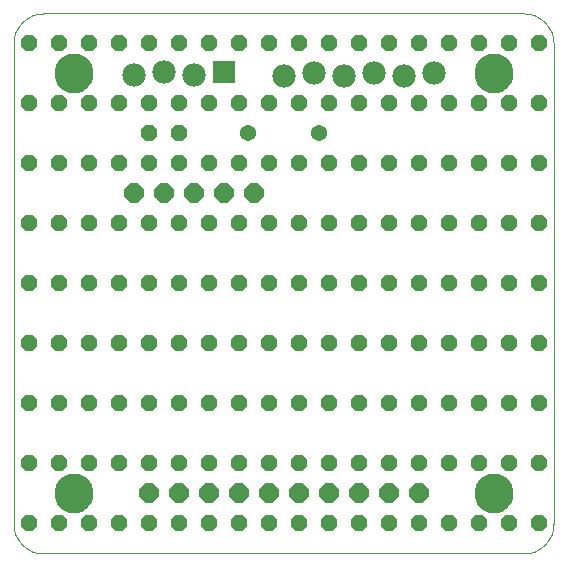
<source format=gts>
G75*
G70*
%OFA0B0*%
%FSLAX24Y24*%
%IPPOS*%
%LPD*%
%AMOC8*
5,1,8,0,0,1.08239X$1,22.5*
%
%ADD10C,0.0000*%
%ADD11C,0.1300*%
%ADD12OC8,0.0560*%
%ADD13OC8,0.0640*%
%ADD14R,0.0780X0.0780*%
%ADD15C,0.0780*%
%ADD16C,0.0540*%
D10*
X001100Y000100D02*
X017100Y000100D01*
X017160Y000102D01*
X017221Y000107D01*
X017280Y000116D01*
X017339Y000129D01*
X017398Y000145D01*
X017455Y000165D01*
X017510Y000188D01*
X017565Y000215D01*
X017617Y000244D01*
X017668Y000277D01*
X017717Y000313D01*
X017763Y000351D01*
X017807Y000393D01*
X017849Y000437D01*
X017887Y000483D01*
X017923Y000532D01*
X017956Y000583D01*
X017985Y000635D01*
X018012Y000690D01*
X018035Y000745D01*
X018055Y000802D01*
X018071Y000861D01*
X018084Y000920D01*
X018093Y000979D01*
X018098Y001040D01*
X018100Y001100D01*
X018100Y017100D01*
X018098Y017160D01*
X018093Y017221D01*
X018084Y017280D01*
X018071Y017339D01*
X018055Y017398D01*
X018035Y017455D01*
X018012Y017510D01*
X017985Y017565D01*
X017956Y017617D01*
X017923Y017668D01*
X017887Y017717D01*
X017849Y017763D01*
X017807Y017807D01*
X017763Y017849D01*
X017717Y017887D01*
X017668Y017923D01*
X017617Y017956D01*
X017565Y017985D01*
X017510Y018012D01*
X017455Y018035D01*
X017398Y018055D01*
X017339Y018071D01*
X017280Y018084D01*
X017221Y018093D01*
X017160Y018098D01*
X017100Y018100D01*
X001100Y018100D01*
X001040Y018098D01*
X000979Y018093D01*
X000920Y018084D01*
X000861Y018071D01*
X000802Y018055D01*
X000745Y018035D01*
X000690Y018012D01*
X000635Y017985D01*
X000583Y017956D01*
X000532Y017923D01*
X000483Y017887D01*
X000437Y017849D01*
X000393Y017807D01*
X000351Y017763D01*
X000313Y017717D01*
X000277Y017668D01*
X000244Y017617D01*
X000215Y017565D01*
X000188Y017510D01*
X000165Y017455D01*
X000145Y017398D01*
X000129Y017339D01*
X000116Y017280D01*
X000107Y017221D01*
X000102Y017160D01*
X000100Y017100D01*
X000100Y001100D01*
X000102Y001040D01*
X000107Y000979D01*
X000116Y000920D01*
X000129Y000861D01*
X000145Y000802D01*
X000165Y000745D01*
X000188Y000690D01*
X000215Y000635D01*
X000244Y000583D01*
X000277Y000532D01*
X000313Y000483D01*
X000351Y000437D01*
X000393Y000393D01*
X000437Y000351D01*
X000483Y000313D01*
X000532Y000277D01*
X000583Y000244D01*
X000635Y000215D01*
X000690Y000188D01*
X000745Y000165D01*
X000802Y000145D01*
X000861Y000129D01*
X000920Y000116D01*
X000979Y000107D01*
X001040Y000102D01*
X001100Y000100D01*
X001470Y002100D02*
X001472Y002150D01*
X001478Y002200D01*
X001488Y002249D01*
X001502Y002297D01*
X001519Y002344D01*
X001540Y002389D01*
X001565Y002433D01*
X001593Y002474D01*
X001625Y002513D01*
X001659Y002550D01*
X001696Y002584D01*
X001736Y002614D01*
X001778Y002641D01*
X001822Y002665D01*
X001868Y002686D01*
X001915Y002702D01*
X001963Y002715D01*
X002013Y002724D01*
X002062Y002729D01*
X002113Y002730D01*
X002163Y002727D01*
X002212Y002720D01*
X002261Y002709D01*
X002309Y002694D01*
X002355Y002676D01*
X002400Y002654D01*
X002443Y002628D01*
X002484Y002599D01*
X002523Y002567D01*
X002559Y002532D01*
X002591Y002494D01*
X002621Y002454D01*
X002648Y002411D01*
X002671Y002367D01*
X002690Y002321D01*
X002706Y002273D01*
X002718Y002224D01*
X002726Y002175D01*
X002730Y002125D01*
X002730Y002075D01*
X002726Y002025D01*
X002718Y001976D01*
X002706Y001927D01*
X002690Y001879D01*
X002671Y001833D01*
X002648Y001789D01*
X002621Y001746D01*
X002591Y001706D01*
X002559Y001668D01*
X002523Y001633D01*
X002484Y001601D01*
X002443Y001572D01*
X002400Y001546D01*
X002355Y001524D01*
X002309Y001506D01*
X002261Y001491D01*
X002212Y001480D01*
X002163Y001473D01*
X002113Y001470D01*
X002062Y001471D01*
X002013Y001476D01*
X001963Y001485D01*
X001915Y001498D01*
X001868Y001514D01*
X001822Y001535D01*
X001778Y001559D01*
X001736Y001586D01*
X001696Y001616D01*
X001659Y001650D01*
X001625Y001687D01*
X001593Y001726D01*
X001565Y001767D01*
X001540Y001811D01*
X001519Y001856D01*
X001502Y001903D01*
X001488Y001951D01*
X001478Y002000D01*
X001472Y002050D01*
X001470Y002100D01*
X001470Y016100D02*
X001472Y016150D01*
X001478Y016200D01*
X001488Y016249D01*
X001502Y016297D01*
X001519Y016344D01*
X001540Y016389D01*
X001565Y016433D01*
X001593Y016474D01*
X001625Y016513D01*
X001659Y016550D01*
X001696Y016584D01*
X001736Y016614D01*
X001778Y016641D01*
X001822Y016665D01*
X001868Y016686D01*
X001915Y016702D01*
X001963Y016715D01*
X002013Y016724D01*
X002062Y016729D01*
X002113Y016730D01*
X002163Y016727D01*
X002212Y016720D01*
X002261Y016709D01*
X002309Y016694D01*
X002355Y016676D01*
X002400Y016654D01*
X002443Y016628D01*
X002484Y016599D01*
X002523Y016567D01*
X002559Y016532D01*
X002591Y016494D01*
X002621Y016454D01*
X002648Y016411D01*
X002671Y016367D01*
X002690Y016321D01*
X002706Y016273D01*
X002718Y016224D01*
X002726Y016175D01*
X002730Y016125D01*
X002730Y016075D01*
X002726Y016025D01*
X002718Y015976D01*
X002706Y015927D01*
X002690Y015879D01*
X002671Y015833D01*
X002648Y015789D01*
X002621Y015746D01*
X002591Y015706D01*
X002559Y015668D01*
X002523Y015633D01*
X002484Y015601D01*
X002443Y015572D01*
X002400Y015546D01*
X002355Y015524D01*
X002309Y015506D01*
X002261Y015491D01*
X002212Y015480D01*
X002163Y015473D01*
X002113Y015470D01*
X002062Y015471D01*
X002013Y015476D01*
X001963Y015485D01*
X001915Y015498D01*
X001868Y015514D01*
X001822Y015535D01*
X001778Y015559D01*
X001736Y015586D01*
X001696Y015616D01*
X001659Y015650D01*
X001625Y015687D01*
X001593Y015726D01*
X001565Y015767D01*
X001540Y015811D01*
X001519Y015856D01*
X001502Y015903D01*
X001488Y015951D01*
X001478Y016000D01*
X001472Y016050D01*
X001470Y016100D01*
X015470Y016100D02*
X015472Y016150D01*
X015478Y016200D01*
X015488Y016249D01*
X015502Y016297D01*
X015519Y016344D01*
X015540Y016389D01*
X015565Y016433D01*
X015593Y016474D01*
X015625Y016513D01*
X015659Y016550D01*
X015696Y016584D01*
X015736Y016614D01*
X015778Y016641D01*
X015822Y016665D01*
X015868Y016686D01*
X015915Y016702D01*
X015963Y016715D01*
X016013Y016724D01*
X016062Y016729D01*
X016113Y016730D01*
X016163Y016727D01*
X016212Y016720D01*
X016261Y016709D01*
X016309Y016694D01*
X016355Y016676D01*
X016400Y016654D01*
X016443Y016628D01*
X016484Y016599D01*
X016523Y016567D01*
X016559Y016532D01*
X016591Y016494D01*
X016621Y016454D01*
X016648Y016411D01*
X016671Y016367D01*
X016690Y016321D01*
X016706Y016273D01*
X016718Y016224D01*
X016726Y016175D01*
X016730Y016125D01*
X016730Y016075D01*
X016726Y016025D01*
X016718Y015976D01*
X016706Y015927D01*
X016690Y015879D01*
X016671Y015833D01*
X016648Y015789D01*
X016621Y015746D01*
X016591Y015706D01*
X016559Y015668D01*
X016523Y015633D01*
X016484Y015601D01*
X016443Y015572D01*
X016400Y015546D01*
X016355Y015524D01*
X016309Y015506D01*
X016261Y015491D01*
X016212Y015480D01*
X016163Y015473D01*
X016113Y015470D01*
X016062Y015471D01*
X016013Y015476D01*
X015963Y015485D01*
X015915Y015498D01*
X015868Y015514D01*
X015822Y015535D01*
X015778Y015559D01*
X015736Y015586D01*
X015696Y015616D01*
X015659Y015650D01*
X015625Y015687D01*
X015593Y015726D01*
X015565Y015767D01*
X015540Y015811D01*
X015519Y015856D01*
X015502Y015903D01*
X015488Y015951D01*
X015478Y016000D01*
X015472Y016050D01*
X015470Y016100D01*
X015470Y002100D02*
X015472Y002150D01*
X015478Y002200D01*
X015488Y002249D01*
X015502Y002297D01*
X015519Y002344D01*
X015540Y002389D01*
X015565Y002433D01*
X015593Y002474D01*
X015625Y002513D01*
X015659Y002550D01*
X015696Y002584D01*
X015736Y002614D01*
X015778Y002641D01*
X015822Y002665D01*
X015868Y002686D01*
X015915Y002702D01*
X015963Y002715D01*
X016013Y002724D01*
X016062Y002729D01*
X016113Y002730D01*
X016163Y002727D01*
X016212Y002720D01*
X016261Y002709D01*
X016309Y002694D01*
X016355Y002676D01*
X016400Y002654D01*
X016443Y002628D01*
X016484Y002599D01*
X016523Y002567D01*
X016559Y002532D01*
X016591Y002494D01*
X016621Y002454D01*
X016648Y002411D01*
X016671Y002367D01*
X016690Y002321D01*
X016706Y002273D01*
X016718Y002224D01*
X016726Y002175D01*
X016730Y002125D01*
X016730Y002075D01*
X016726Y002025D01*
X016718Y001976D01*
X016706Y001927D01*
X016690Y001879D01*
X016671Y001833D01*
X016648Y001789D01*
X016621Y001746D01*
X016591Y001706D01*
X016559Y001668D01*
X016523Y001633D01*
X016484Y001601D01*
X016443Y001572D01*
X016400Y001546D01*
X016355Y001524D01*
X016309Y001506D01*
X016261Y001491D01*
X016212Y001480D01*
X016163Y001473D01*
X016113Y001470D01*
X016062Y001471D01*
X016013Y001476D01*
X015963Y001485D01*
X015915Y001498D01*
X015868Y001514D01*
X015822Y001535D01*
X015778Y001559D01*
X015736Y001586D01*
X015696Y001616D01*
X015659Y001650D01*
X015625Y001687D01*
X015593Y001726D01*
X015565Y001767D01*
X015540Y001811D01*
X015519Y001856D01*
X015502Y001903D01*
X015488Y001951D01*
X015478Y002000D01*
X015472Y002050D01*
X015470Y002100D01*
D11*
X016100Y002100D03*
X002100Y002100D03*
X002100Y016100D03*
X016100Y016100D03*
D12*
X015600Y017100D03*
X014600Y017100D03*
X013600Y017100D03*
X012600Y017100D03*
X011600Y017100D03*
X010600Y017100D03*
X009600Y017100D03*
X008600Y017100D03*
X007600Y017100D03*
X006600Y017100D03*
X005600Y017100D03*
X004600Y017100D03*
X003600Y017100D03*
X002600Y017100D03*
X001600Y017100D03*
X000600Y017100D03*
X000600Y015100D03*
X001600Y015100D03*
X002600Y015100D03*
X003600Y015100D03*
X004600Y015100D03*
X004600Y014100D03*
X005600Y014100D03*
X005600Y015100D03*
X006600Y015100D03*
X007600Y015100D03*
X008600Y015100D03*
X009600Y015100D03*
X010600Y015100D03*
X011600Y015100D03*
X012600Y015100D03*
X013600Y015100D03*
X014600Y015100D03*
X015600Y015100D03*
X016600Y015100D03*
X017600Y015100D03*
X017600Y013100D03*
X016600Y013100D03*
X015600Y013100D03*
X014600Y013100D03*
X013600Y013100D03*
X012600Y013100D03*
X011600Y013100D03*
X010600Y013100D03*
X009600Y013100D03*
X008600Y013100D03*
X007600Y013100D03*
X006600Y013100D03*
X005600Y013100D03*
X004600Y013100D03*
X003600Y013100D03*
X002600Y013100D03*
X001600Y013100D03*
X000600Y013100D03*
X000600Y011100D03*
X001600Y011100D03*
X002600Y011100D03*
X003600Y011100D03*
X004600Y011100D03*
X005600Y011100D03*
X006600Y011100D03*
X007600Y011100D03*
X008600Y011100D03*
X009600Y011100D03*
X010600Y011100D03*
X011600Y011100D03*
X012600Y011100D03*
X013600Y011100D03*
X014600Y011100D03*
X015600Y011100D03*
X016600Y011100D03*
X017600Y011100D03*
X017600Y009100D03*
X016600Y009100D03*
X015600Y009100D03*
X014600Y009100D03*
X013600Y009100D03*
X012600Y009100D03*
X011600Y009100D03*
X010600Y009100D03*
X009600Y009100D03*
X008600Y009100D03*
X007600Y009100D03*
X006600Y009100D03*
X005600Y009100D03*
X004600Y009100D03*
X003600Y009100D03*
X002600Y009100D03*
X001600Y009100D03*
X000600Y009100D03*
X000600Y007100D03*
X001600Y007100D03*
X002600Y007100D03*
X003600Y007100D03*
X004600Y007100D03*
X005600Y007100D03*
X006600Y007100D03*
X007600Y007100D03*
X008600Y007100D03*
X009600Y007100D03*
X010600Y007100D03*
X011600Y007100D03*
X012600Y007100D03*
X013600Y007100D03*
X014600Y007100D03*
X015600Y007100D03*
X016600Y007100D03*
X017600Y007100D03*
X017600Y005100D03*
X016600Y005100D03*
X015600Y005100D03*
X014600Y005100D03*
X013600Y005100D03*
X012600Y005100D03*
X011600Y005100D03*
X010600Y005100D03*
X009600Y005100D03*
X008600Y005100D03*
X007600Y005100D03*
X006600Y005100D03*
X005600Y005100D03*
X004600Y005100D03*
X003600Y005100D03*
X002600Y005100D03*
X001600Y005100D03*
X000600Y005100D03*
X000600Y003100D03*
X001600Y003100D03*
X002600Y003100D03*
X003600Y003100D03*
X004600Y003100D03*
X005600Y003100D03*
X006600Y003100D03*
X007600Y003100D03*
X008600Y003100D03*
X009600Y003100D03*
X010600Y003100D03*
X011600Y003100D03*
X012600Y003100D03*
X013600Y003100D03*
X014600Y003100D03*
X015600Y003100D03*
X016600Y003100D03*
X017600Y003100D03*
X017600Y001100D03*
X016600Y001100D03*
X015600Y001100D03*
X014600Y001100D03*
X013600Y001100D03*
X012600Y001100D03*
X011600Y001100D03*
X010600Y001100D03*
X009600Y001100D03*
X008600Y001100D03*
X007600Y001100D03*
X006600Y001100D03*
X005600Y001100D03*
X004600Y001100D03*
X003600Y001100D03*
X002600Y001100D03*
X001600Y001100D03*
X000600Y001100D03*
X016600Y017100D03*
X017600Y017100D03*
D13*
X008100Y012100D03*
X007100Y012100D03*
X006100Y012100D03*
X005100Y012100D03*
X004100Y012100D03*
X004600Y002100D03*
X005600Y002100D03*
X006600Y002100D03*
X007600Y002100D03*
X008600Y002100D03*
X009600Y002100D03*
X010600Y002100D03*
X011600Y002100D03*
X012600Y002100D03*
X013600Y002100D03*
D14*
X007100Y016150D03*
D15*
X006100Y016050D03*
X005100Y016150D03*
X004100Y016050D03*
X009100Y016000D03*
X010100Y016100D03*
X011100Y016000D03*
X012100Y016100D03*
X013100Y016000D03*
X014100Y016100D03*
D16*
X010281Y014100D03*
X007919Y014100D03*
M02*

</source>
